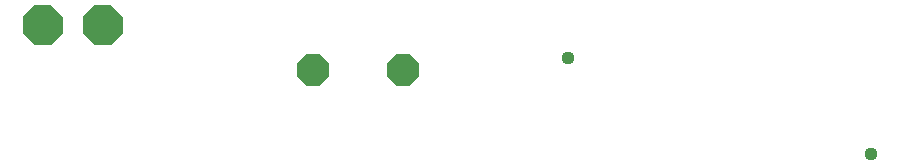
<source format=gbs>
G04 EAGLE Gerber RS-274X export*
G75*
%MOMM*%
%FSLAX34Y34*%
%LPD*%
%INBottom Solder Mask*%
%IPPOS*%
%AMOC8*
5,1,8,0,0,1.08239X$1,22.5*%
G01*
%ADD10P,3.629037X8X292.500000*%
%ADD11P,2.969212X8X202.500000*%
%ADD12C,1.117600*%


D10*
X114300Y292100D03*
X165100Y292100D03*
D11*
X419100Y254000D03*
X342900Y254000D03*
D12*
X558800Y264160D03*
X815340Y182880D03*
M02*

</source>
